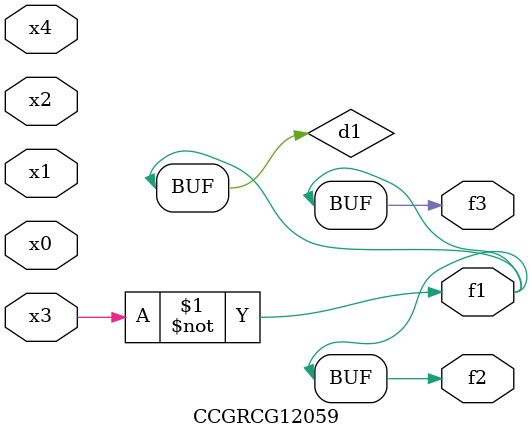
<source format=v>
module CCGRCG12059(
	input x0, x1, x2, x3, x4,
	output f1, f2, f3
);

	wire d1, d2;

	xnor (d1, x3);
	not (d2, x1);
	assign f1 = d1;
	assign f2 = d1;
	assign f3 = d1;
endmodule

</source>
